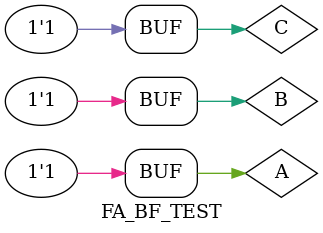
<source format=v>
`timescale 1ns / 1ps


module FA_BF_TEST();
reg A, B, C;
wire Sum, Carry;
FA_BF uut(Sum, Carry, A, B, C);
initial
begin
A=0; B=0; C=0;
#100 A=0; B=0; C=1;
#100 A=0; B=1; C=0;
#100 A=0; B=1; C=1;
#100 A=1; B=0; C=0;
#100 A=1; B=0; C=1;
#100 A=1; B=1; C=0;
#100 A=1; B=1; C=1;
end
endmodule

</source>
